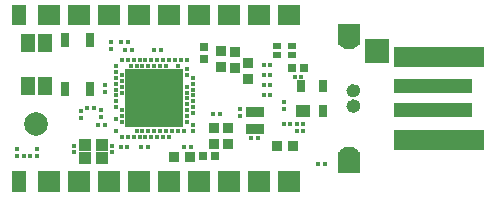
<source format=gts>
G04*
G04 #@! TF.GenerationSoftware,Altium Limited,Altium Designer,20.1.14 (287)*
G04*
G04 Layer_Color=8388736*
%FSLAX24Y24*%
%MOIN*%
G70*
G04*
G04 #@! TF.SameCoordinates,EC6BA951-EC3A-497E-BF03-96D7CE287269*
G04*
G04*
G04 #@! TF.FilePolarity,Negative*
G04*
G01*
G75*
%ADD34C,0.0240*%
%ADD35R,0.0178X0.0166*%
%ADD36R,0.3020X0.0660*%
%ADD37R,0.2620X0.0460*%
%ADD38R,0.0473X0.0611*%
%ADD39R,0.0296X0.0395*%
%ADD40C,0.0139*%
%ADD41R,0.0355X0.0375*%
%ADD42R,0.0166X0.0178*%
%ADD43R,0.0375X0.0355*%
%ADD44R,0.0296X0.0257*%
%ADD45C,0.0769*%
%ADD46C,0.0787*%
%ADD47R,0.0611X0.0355*%
%ADD48R,0.0434X0.0395*%
%ADD49R,0.0316X0.0257*%
%ADD50R,0.0257X0.0296*%
%ADD51R,0.0360X0.0380*%
%ADD52R,0.0454X0.0395*%
%ADD53R,0.0787X0.0787*%
%ADD54R,0.0257X0.0217*%
%ADD55C,0.0148*%
%ADD56R,0.1941X0.1941*%
%ADD57R,0.0316X0.0473*%
%ADD58R,0.0769X0.0592*%
%ADD59R,0.0769X0.0158*%
%ADD60R,0.0500X0.0158*%
%ADD61R,0.0500X0.0592*%
D34*
X13507Y-256D02*
G03*
X13507Y-256I-110J0D01*
G01*
X13485D02*
G03*
X13485Y-256I-110J0D01*
G01*
X13507Y256D02*
G03*
X13507Y256I-110J0D01*
G01*
X13485D02*
G03*
X13485Y256I-110J0D01*
G01*
D35*
X11069Y-348D02*
D03*
Y-124D02*
D03*
X4082Y-1802D02*
D03*
Y-1578D02*
D03*
X5342Y-1578D02*
D03*
Y-1802D02*
D03*
X4958Y-614D02*
D03*
Y-390D02*
D03*
X4300Y-642D02*
D03*
Y-418D02*
D03*
X5110Y228D02*
D03*
Y452D02*
D03*
X9610Y-352D02*
D03*
Y-576D02*
D03*
X2850Y-1912D02*
D03*
Y-1688D02*
D03*
X5320Y1867D02*
D03*
Y1643D02*
D03*
X2170Y-1688D02*
D03*
Y-1912D02*
D03*
D36*
X16236Y-1376D02*
D03*
Y1382D02*
D03*
D37*
X16037Y-396D02*
D03*
Y398D02*
D03*
D38*
X2545Y421D02*
D03*
X3115D02*
D03*
Y1839D02*
D03*
X2545D02*
D03*
D39*
X12374Y-404D02*
D03*
Y404D02*
D03*
X11626D02*
D03*
D40*
X13519Y-256D02*
D03*
X13253D02*
D03*
X13519Y256D02*
D03*
X13253D02*
D03*
D41*
X7416Y-1955D02*
D03*
X7947D02*
D03*
D42*
X10398Y787D02*
D03*
X10622D02*
D03*
X10398Y1120D02*
D03*
X10622D02*
D03*
X10398Y453D02*
D03*
X10622D02*
D03*
X10398Y120D02*
D03*
X10622D02*
D03*
X7738Y-1620D02*
D03*
X7962D02*
D03*
X8718Y-514D02*
D03*
X8942D02*
D03*
X6738Y1626D02*
D03*
X6962D02*
D03*
X5778D02*
D03*
X6002D02*
D03*
X5093Y-896D02*
D03*
X4868D02*
D03*
X5854Y-1615D02*
D03*
X5629D02*
D03*
X6299D02*
D03*
X6524D02*
D03*
X10192Y-1330D02*
D03*
X9968D02*
D03*
X11498Y-1070D02*
D03*
X11722D02*
D03*
X11058Y-840D02*
D03*
X11282D02*
D03*
X11428Y720D02*
D03*
X11652D02*
D03*
X11498Y-840D02*
D03*
X11722D02*
D03*
X12218Y-2170D02*
D03*
X12442D02*
D03*
X2622Y-1920D02*
D03*
X2398D02*
D03*
X5638Y1880D02*
D03*
X5862D02*
D03*
X4509Y-303D02*
D03*
X4734D02*
D03*
D43*
X8980Y1050D02*
D03*
Y1582D02*
D03*
X9880Y650D02*
D03*
Y1182D02*
D03*
X9190Y-984D02*
D03*
Y-1516D02*
D03*
X8730D02*
D03*
Y-984D02*
D03*
X9430Y1532D02*
D03*
Y1000D02*
D03*
D44*
X11353Y1020D02*
D03*
X11747D02*
D03*
D45*
X13250Y2000D02*
D03*
Y-2000D02*
D03*
D03*
Y2000D02*
D03*
D46*
X2820Y-850D02*
D03*
D47*
X10100Y-1025D02*
D03*
Y-455D02*
D03*
D48*
X4997Y-1544D02*
D03*
Y-1996D02*
D03*
X4426D02*
D03*
Y-1544D02*
D03*
D49*
X8757Y-1914D02*
D03*
X8383D02*
D03*
D50*
X8400Y1707D02*
D03*
Y1313D02*
D03*
D51*
X11375Y-1600D02*
D03*
X10825D02*
D03*
D52*
X11705Y-404D02*
D03*
D53*
X14173Y1575D02*
D03*
D54*
X11356Y1462D02*
D03*
X10844D02*
D03*
Y1738D02*
D03*
X11356D02*
D03*
D55*
X5864Y-1280D02*
D03*
X7242D02*
D03*
X7045D02*
D03*
X6848D02*
D03*
X6652D02*
D03*
X6455D02*
D03*
X6258D02*
D03*
X6061D02*
D03*
X5667D02*
D03*
X8030Y-1083D02*
D03*
X7734D02*
D03*
X7537D02*
D03*
X7341D02*
D03*
X7144D02*
D03*
X6947D02*
D03*
X6750D02*
D03*
X6553D02*
D03*
X6356D02*
D03*
X6159D02*
D03*
X5470D02*
D03*
X5667Y-787D02*
D03*
X8030Y-886D02*
D03*
X7833Y-787D02*
D03*
X5470Y-689D02*
D03*
X7833Y-591D02*
D03*
X5667D02*
D03*
X8030Y-492D02*
D03*
X7833Y-394D02*
D03*
X5667D02*
D03*
X8030Y-295D02*
D03*
X5470D02*
D03*
X7833Y-197D02*
D03*
X8030Y-98D02*
D03*
X5470D02*
D03*
X7833Y0D02*
D03*
X8030Y98D02*
D03*
X5470D02*
D03*
X7833Y197D02*
D03*
X5667D02*
D03*
X8030Y295D02*
D03*
X5470D02*
D03*
X7833Y394D02*
D03*
X5667D02*
D03*
X8030Y492D02*
D03*
X5470D02*
D03*
X5667Y591D02*
D03*
X8030Y689D02*
D03*
X5470D02*
D03*
X7833Y787D02*
D03*
X5667D02*
D03*
X5470Y886D02*
D03*
X7833Y984D02*
D03*
X7537Y1083D02*
D03*
X7144D02*
D03*
X6947D02*
D03*
X6750D02*
D03*
X6553D02*
D03*
X6356D02*
D03*
X6159D02*
D03*
X5963D02*
D03*
X5470D02*
D03*
X7833Y1280D02*
D03*
X7636D02*
D03*
X7439D02*
D03*
X7242D02*
D03*
X7045D02*
D03*
X6848D02*
D03*
X6652D02*
D03*
X6455D02*
D03*
X6258D02*
D03*
X6061D02*
D03*
X5864D02*
D03*
X5667D02*
D03*
D56*
X6750Y0D02*
D03*
D57*
X4603Y1947D02*
D03*
Y313D02*
D03*
X3757Y1947D02*
D03*
Y313D02*
D03*
D58*
X10250Y-2734D02*
D03*
X11250D02*
D03*
X9250D02*
D03*
X5250D02*
D03*
X4250D02*
D03*
X3250D02*
D03*
X5250Y2734D02*
D03*
X8250Y-2734D02*
D03*
X7250D02*
D03*
X6250Y2734D02*
D03*
X7250D02*
D03*
X8250D02*
D03*
X9250D02*
D03*
X10250D02*
D03*
X11250D02*
D03*
X3250D02*
D03*
X4250D02*
D03*
X6250Y-2734D02*
D03*
X13250Y-2081D02*
D03*
Y2081D02*
D03*
D59*
X10250Y-3050D02*
D03*
X11250D02*
D03*
X9250D02*
D03*
X5250D02*
D03*
X4250D02*
D03*
X3250D02*
D03*
X5250Y3050D02*
D03*
X8250Y-3050D02*
D03*
X7250D02*
D03*
X6250Y3050D02*
D03*
X7250D02*
D03*
X8250D02*
D03*
X9250D02*
D03*
X10250D02*
D03*
X11250D02*
D03*
X3250D02*
D03*
X4250D02*
D03*
X6250Y-3050D02*
D03*
X13250Y-2416D02*
D03*
Y2416D02*
D03*
D60*
X2250Y-3050D02*
D03*
Y3050D02*
D03*
D61*
Y-2734D02*
D03*
Y2734D02*
D03*
M02*

</source>
